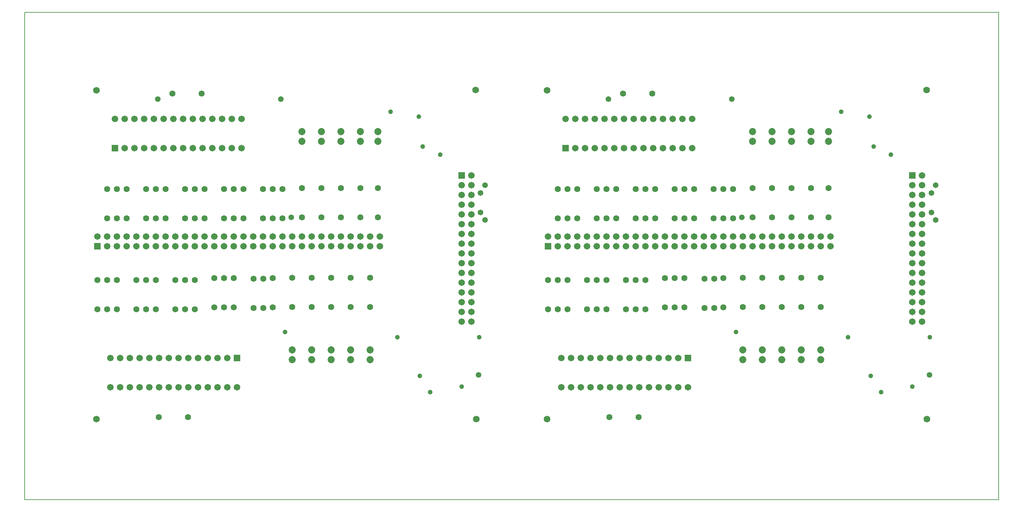
<source format=gts>
%FSTAX23Y23*%
%MOIN*%
%SFA1B1*%

%IPPOS*%
%ADD25C,0.067060*%
%ADD26R,0.067060X0.067060*%
%ADD27R,0.067060X0.067060*%
%ADD28C,0.067060*%
%ADD29C,0.072960*%
%ADD30C,0.068000*%
%ADD31C,0.063120*%
%ADD32R,0.067060X0.067060*%
%ADD33C,0.048000*%
%ADD34C,0.058000*%
%ADD36C,0.005000*%
%LNtlc5940controlboard-1*%
%LPD*%
G54D25*
X04586Y01826D03*
G54D36*
X0Y0D02*
X1D01*
Y05*
X0*
Y0*
G54D25*
X04586Y01926D03*
Y02026D03*
Y02126D03*
Y02226D03*
Y02326D03*
Y02426D03*
Y02525D03*
Y02625D03*
Y02725D03*
Y02825D03*
Y02925D03*
Y03025D03*
Y03125D03*
Y03225D03*
Y03325D03*
X04486Y01826D03*
Y01926D03*
Y02026D03*
Y02126D03*
Y02226D03*
Y02326D03*
Y02426D03*
Y02525D03*
Y02625D03*
Y02725D03*
Y02825D03*
Y02925D03*
Y03025D03*
Y03125D03*
Y03225D03*
X03146Y027D03*
Y026D03*
X03046Y027D03*
Y026D03*
X02946Y027D03*
Y026D03*
X02846Y027D03*
Y026D03*
X02746Y027D03*
Y026D03*
X02646Y027D03*
Y026D03*
X02546Y027D03*
Y026D03*
X02446Y027D03*
Y026D03*
X02346Y027D03*
Y026D03*
X02246Y027D03*
Y026D03*
X02146Y027D03*
Y026D03*
X02046Y027D03*
Y026D03*
X01946Y027D03*
Y026D03*
X01846Y027D03*
Y026D03*
X01746Y027D03*
Y026D03*
X01646Y027D03*
Y026D03*
X01546Y027D03*
Y026D03*
X01446Y027D03*
Y026D03*
X01346Y027D03*
Y026D03*
X01246Y027D03*
Y026D03*
X01146Y027D03*
Y026D03*
X01046Y027D03*
Y026D03*
X00946Y027D03*
Y026D03*
X00846Y027D03*
Y026D03*
X00746Y027D03*
X03646D03*
Y026D03*
X03546Y027D03*
Y026D03*
X03446Y027D03*
Y026D03*
X03346Y027D03*
Y026D03*
X03246Y027D03*
Y026D03*
G54D26*
X04486Y03325D03*
G54D27*
X02181Y01451D03*
X00926Y03605D03*
G54D28*
X02081Y01451D03*
X01981D03*
X01881D03*
X01781D03*
X01681D03*
X01581D03*
X01481D03*
X01381D03*
X01281D03*
X01181D03*
X01081D03*
X00981D03*
X00881D03*
X02181Y01151D03*
X02081D03*
X01981D03*
X01881D03*
X01781D03*
X01681D03*
X01581D03*
X01481D03*
X01381D03*
X01281D03*
X01181D03*
X01081D03*
X00981D03*
X00881D03*
X01026Y03605D03*
X01126D03*
X01226D03*
X01326D03*
X01426D03*
X01526D03*
X01626D03*
X01726D03*
X01826D03*
X01926D03*
X02026D03*
X02126D03*
X02226D03*
X00926Y03905D03*
X01026D03*
X01126D03*
X01226D03*
X01326D03*
X01426D03*
X01526D03*
X01626D03*
X01726D03*
X01826D03*
X01926D03*
X02026D03*
X02126D03*
X02226D03*
G54D29*
X03626Y03675D03*
Y03775D03*
X03446Y03675D03*
Y03775D03*
X03246Y03675D03*
Y03775D03*
X03046Y03675D03*
Y03775D03*
X02846Y03675D03*
Y03775D03*
X03546Y01536D03*
Y01436D03*
X03346Y01536D03*
Y01436D03*
X02746Y01536D03*
Y01436D03*
X02946Y01536D03*
Y01436D03*
X03146Y01536D03*
Y01436D03*
G54D30*
X04631Y04204D03*
X04636Y00826D03*
X00736D03*
Y042D03*
G54D31*
X01246Y03185D03*
Y02885D03*
X01046Y03185D03*
Y02885D03*
X00946Y03185D03*
Y02885D03*
X00846Y03185D03*
Y02885D03*
X02746Y01976D03*
Y02276D03*
X02946Y01976D03*
Y02276D03*
X03146Y01976D03*
Y02276D03*
X03346Y01976D03*
Y02276D03*
X03546Y01976D03*
Y02276D03*
X03626Y03195D03*
Y02895D03*
X03446Y03195D03*
Y02895D03*
X03246Y03195D03*
Y02895D03*
X01676Y00846D03*
X01376D03*
X03046Y03195D03*
Y02895D03*
X02846Y03195D03*
Y02895D03*
X01516Y04165D03*
X01816D03*
X00746Y01951D03*
Y02251D03*
X00846Y01951D03*
Y02251D03*
X00946Y01951D03*
Y02251D03*
X01146Y01951D03*
Y02251D03*
X01246Y01951D03*
Y02251D03*
X01346Y01951D03*
Y02251D03*
X01546Y01951D03*
Y02251D03*
X01646Y01951D03*
Y02251D03*
X01746Y01951D03*
Y02251D03*
X01946Y01971D03*
Y02271D03*
X02046Y01971D03*
Y02271D03*
X02146Y01971D03*
Y02271D03*
X02351Y01966D03*
Y02266D03*
X02451Y01966D03*
Y02266D03*
X02546Y01971D03*
Y02271D03*
X02646Y03185D03*
Y02885D03*
X01346Y03185D03*
Y02885D03*
X01446Y03185D03*
Y02885D03*
X01646Y03185D03*
Y02885D03*
X01746Y03185D03*
Y02885D03*
X01846Y03185D03*
Y02885D03*
X02046Y03185D03*
Y02885D03*
X02146Y03185D03*
Y02885D03*
X02246Y03185D03*
Y02885D03*
X02446Y03185D03*
Y02885D03*
X02546Y03185D03*
Y02885D03*
G54D32*
X00746Y026D03*
G54D33*
X04486Y01159D03*
X04164Y01101D03*
X04266Y0354D03*
X04046Y0393D03*
X04089Y03622D03*
X02675Y01718D03*
X04666Y01666D03*
X03826D03*
X03756Y03979D03*
X04059Y01268D03*
G54D34*
X02631Y0411D03*
X02736Y02895D03*
X01366Y0411D03*
X04726Y0287D03*
X04681Y02945D03*
X04726Y03225D03*
X04681Y03145D03*
X04662Y0128D03*
G54D25*
X09215Y01826D03*
Y01926D03*
Y02026D03*
Y02126D03*
Y02226D03*
Y02326D03*
Y02426D03*
Y02525D03*
Y02625D03*
Y02725D03*
Y02825D03*
Y02925D03*
Y03025D03*
Y03125D03*
Y03225D03*
Y03325D03*
X09115Y01826D03*
Y01926D03*
Y02026D03*
Y02126D03*
Y02226D03*
Y02326D03*
Y02426D03*
Y02525D03*
Y02625D03*
Y02725D03*
Y02825D03*
Y02925D03*
Y03025D03*
Y03125D03*
Y03225D03*
X07775Y027D03*
Y026D03*
X07675Y027D03*
Y026D03*
X07575Y027D03*
Y026D03*
X07475Y027D03*
Y026D03*
X07375Y027D03*
Y026D03*
X07275Y027D03*
Y026D03*
X07175Y027D03*
Y026D03*
X07075Y027D03*
Y026D03*
X06975Y027D03*
Y026D03*
X06875Y027D03*
Y026D03*
X06775Y027D03*
Y026D03*
X06675Y027D03*
Y026D03*
X06575Y027D03*
Y026D03*
X06475Y027D03*
Y026D03*
X06375Y027D03*
Y026D03*
X06275Y027D03*
Y026D03*
X06175Y027D03*
Y026D03*
X06075Y027D03*
Y026D03*
X05975Y027D03*
Y026D03*
X05875Y027D03*
Y026D03*
X05775Y027D03*
Y026D03*
X05675Y027D03*
Y026D03*
X05575Y027D03*
Y026D03*
X05475Y027D03*
Y026D03*
X05375Y027D03*
X08275D03*
Y026D03*
X08175Y027D03*
Y026D03*
X08075Y027D03*
Y026D03*
X07975Y027D03*
Y026D03*
X07875Y027D03*
Y026D03*
G54D26*
X09115Y03325D03*
G54D27*
X0681Y01451D03*
X05555Y03605D03*
G54D28*
X0671Y01451D03*
X0661D03*
X0651D03*
X0641D03*
X0631D03*
X0621D03*
X0611D03*
X0601D03*
X0591D03*
X0581D03*
X0571D03*
X0561D03*
X0551D03*
X0681Y01151D03*
X0671D03*
X0661D03*
X0651D03*
X0641D03*
X0631D03*
X0621D03*
X0611D03*
X0601D03*
X0591D03*
X0581D03*
X0571D03*
X0561D03*
X0551D03*
X05655Y03605D03*
X05755D03*
X05855D03*
X05955D03*
X06055D03*
X06155D03*
X06255D03*
X06355D03*
X06455D03*
X06555D03*
X06655D03*
X06755D03*
X06855D03*
X05555Y03905D03*
X05655D03*
X05755D03*
X05855D03*
X05955D03*
X06055D03*
X06155D03*
X06255D03*
X06355D03*
X06455D03*
X06555D03*
X06655D03*
X06755D03*
X06855D03*
G54D29*
X08255Y03675D03*
Y03775D03*
X08075Y03675D03*
Y03775D03*
X07875Y03675D03*
Y03775D03*
X07675Y03675D03*
Y03775D03*
X07475Y03675D03*
Y03775D03*
X08175Y01536D03*
Y01436D03*
X07975Y01536D03*
Y01436D03*
X07375Y01536D03*
Y01436D03*
X07575Y01536D03*
Y01436D03*
X07775Y01536D03*
Y01436D03*
G54D30*
X0926Y04204D03*
X09265Y00826D03*
X05365D03*
Y042D03*
G54D31*
X05875Y03185D03*
Y02885D03*
X05675Y03185D03*
Y02885D03*
X05575Y03185D03*
Y02885D03*
X05475Y03185D03*
Y02885D03*
X07375Y01976D03*
Y02276D03*
X07575Y01976D03*
Y02276D03*
X07775Y01976D03*
Y02276D03*
X07975Y01976D03*
Y02276D03*
X08175Y01976D03*
Y02276D03*
X08255Y03195D03*
Y02895D03*
X08075Y03195D03*
Y02895D03*
X07875Y03195D03*
Y02895D03*
X06305Y00846D03*
X06005D03*
X07675Y03195D03*
Y02895D03*
X07475Y03195D03*
Y02895D03*
X06145Y04165D03*
X06445D03*
X05375Y01951D03*
Y02251D03*
X05475Y01951D03*
Y02251D03*
X05575Y01951D03*
Y02251D03*
X05775Y01951D03*
Y02251D03*
X05875Y01951D03*
Y02251D03*
X05975Y01951D03*
Y02251D03*
X06175Y01951D03*
Y02251D03*
X06275Y01951D03*
Y02251D03*
X06375Y01951D03*
Y02251D03*
X06575Y01971D03*
Y02271D03*
X06675Y01971D03*
Y02271D03*
X06775Y01971D03*
Y02271D03*
X0698Y01966D03*
Y02266D03*
X0708Y01966D03*
Y02266D03*
X07175Y01971D03*
Y02271D03*
X07275Y03185D03*
Y02885D03*
X05975Y03185D03*
Y02885D03*
X06075Y03185D03*
Y02885D03*
X06275Y03185D03*
Y02885D03*
X06375Y03185D03*
Y02885D03*
X06475Y03185D03*
Y02885D03*
X06675Y03185D03*
Y02885D03*
X06775Y03185D03*
Y02885D03*
X06875Y03185D03*
Y02885D03*
X07075Y03185D03*
Y02885D03*
X07175Y03185D03*
Y02885D03*
G54D32*
X05375Y026D03*
G54D33*
X09115Y01159D03*
X08793Y01101D03*
X08895Y0354D03*
X08675Y0393D03*
X08718Y03622D03*
X07304Y01718D03*
X09295Y01666D03*
X08455D03*
X08385Y03979D03*
X08688Y01268D03*
G54D34*
X0726Y0411D03*
X07365Y02895D03*
X05995Y0411D03*
X09355Y0287D03*
X0931Y02945D03*
X09355Y03225D03*
X0931Y03145D03*
X09291Y0128D03*
M02*
</source>
